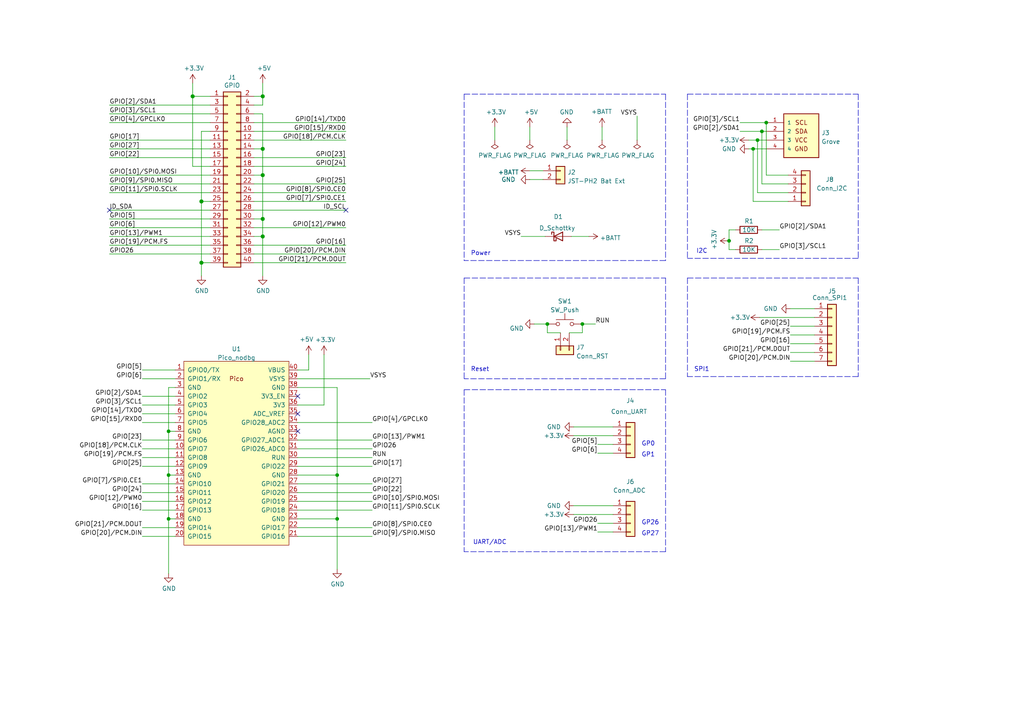
<source format=kicad_sch>
(kicad_sch (version 20211123) (generator eeschema)
  (paper "A4")
  (title_block (title "pi-pico-base") (date "2023-04-27") (rev "2.0") (company "Bernhard Bablok") (comment 1 "https://github.com/bablokb/pcb-pi-pico-base") (comment 2 "Interface PCB to use Pi-Hats with a Pico"))
  (lib_symbols
    (symbol "Connector_Generic:Conn_01x02" (pin_names (offset 1.016) hide)
      (property "Reference" "J" (at 0 2.54 0))
      (property "Value" "Conn_01x02" (at 0 -5.08 0))
      (symbol "Conn_01x02_1_1"
        (rectangle (start -1.27 -2.413) (end 0 -2.667) (stroke (width 0.1524)))
        (rectangle (start -1.27 0.127) (end 0 -0.127) (stroke (width 0.1524)))
        (rectangle (start -1.27 1.27) (end 1.27 -3.81) (stroke (width 0.254)) (fill (type background)))
        (pin passive line (at -5.08 0 0) (length 3.81) (name "Pin_1") (number "1"))
        (pin passive line (at -5.08 -2.54 0) (length 3.81) (name "Pin_2") (number "2"))
      )
    )
    (symbol "Connector_Generic:Conn_01x04" (pin_names (offset 1.016) hide)
      (property "Reference" "J" (at 0 5.08 0))
      (property "Value" "Conn_01x04" (at 0 -7.62 0))
      (symbol "Conn_01x04_1_1"
        (rectangle (start -1.27 -4.953) (end 0 -5.207) (stroke (width 0.1524)))
        (rectangle (start -1.27 -2.413) (end 0 -2.667) (stroke (width 0.1524)))
        (rectangle (start -1.27 0.127) (end 0 -0.127) (stroke (width 0.1524)))
        (rectangle (start -1.27 2.667) (end 0 2.413) (stroke (width 0.1524)))
        (rectangle (start -1.27 3.81) (end 1.27 -6.35) (stroke (width 0.254)) (fill (type background)))
        (pin passive line (at -5.08 2.54 0) (length 3.81) (name "Pin_1") (number "1"))
        (pin passive line (at -5.08 0 0) (length 3.81) (name "Pin_2") (number "2"))
        (pin passive line (at -5.08 -2.54 0) (length 3.81) (name "Pin_3") (number "3"))
        (pin passive line (at -5.08 -5.08 0) (length 3.81) (name "Pin_4") (number "4"))
      )
    )
    (symbol "Connector_Generic:Conn_01x07" (pin_names (offset 1.016) hide)
      (property "Reference" "J" (at 0 10.16 0))
      (property "Value" "Conn_01x07" (at 0 -10.16 0))
      (symbol "Conn_01x07_1_1"
        (rectangle (start -1.27 -7.493) (end 0 -7.747) (stroke (width 0.1524)))
        (rectangle (start -1.27 -4.953) (end 0 -5.207) (stroke (width 0.1524)))
        (rectangle (start -1.27 -2.413) (end 0 -2.667) (stroke (width 0.1524)))
        (rectangle (start -1.27 0.127) (end 0 -0.127) (stroke (width 0.1524)))
        (rectangle (start -1.27 2.667) (end 0 2.413) (stroke (width 0.1524)))
        (rectangle (start -1.27 5.207) (end 0 4.953) (stroke (width 0.1524)))
        (rectangle (start -1.27 7.747) (end 0 7.493) (stroke (width 0.1524)))
        (rectangle (start -1.27 8.89) (end 1.27 -8.89) (stroke (width 0.254)) (fill (type background)))
        (pin passive line (at -5.08 7.62 0) (length 3.81) (name "Pin_1") (number "1"))
        (pin passive line (at -5.08 5.08 0) (length 3.81) (name "Pin_2") (number "2"))
        (pin passive line (at -5.08 2.54 0) (length 3.81) (name "Pin_3") (number "3"))
        (pin passive line (at -5.08 0 0) (length 3.81) (name "Pin_4") (number "4"))
        (pin passive line (at -5.08 -2.54 0) (length 3.81) (name "Pin_5") (number "5"))
        (pin passive line (at -5.08 -5.08 0) (length 3.81) (name "Pin_6") (number "6"))
        (pin passive line (at -5.08 -7.62 0) (length 3.81) (name "Pin_7") (number "7"))
      )
    )
    (symbol "Connector_Generic:Conn_02x20_Odd_Even" (pin_names (offset 1.016) hide)
      (property "Reference" "J" (at 1.27 25.4 0))
      (property "Value" "Conn_02x20_Odd_Even" (at 1.27 -27.94 0))
      (symbol "Conn_02x20_Odd_Even_1_1"
        (rectangle (start -1.27 -25.273) (end 0 -25.527) (stroke (width 0.1524)))
        (rectangle (start -1.27 -22.733) (end 0 -22.987) (stroke (width 0.1524)))
        (rectangle (start -1.27 -20.193) (end 0 -20.447) (stroke (width 0.1524)))
        (rectangle (start -1.27 -17.653) (end 0 -17.907) (stroke (width 0.1524)))
        (rectangle (start -1.27 -15.113) (end 0 -15.367) (stroke (width 0.1524)))
        (rectangle (start -1.27 -12.573) (end 0 -12.827) (stroke (width 0.1524)))
        (rectangle (start -1.27 -10.033) (end 0 -10.287) (stroke (width 0.1524)))
        (rectangle (start -1.27 -7.493) (end 0 -7.747) (stroke (width 0.1524)))
        (rectangle (start -1.27 -4.953) (end 0 -5.207) (stroke (width 0.1524)))
        (rectangle (start -1.27 -2.413) (end 0 -2.667) (stroke (width 0.1524)))
        (rectangle (start -1.27 0.127) (end 0 -0.127) (stroke (width 0.1524)))
        (rectangle (start -1.27 2.667) (end 0 2.413) (stroke (width 0.1524)))
        (rectangle (start -1.27 5.207) (end 0 4.953) (stroke (width 0.1524)))
        (rectangle (start -1.27 7.747) (end 0 7.493) (stroke (width 0.1524)))
        (rectangle (start -1.27 10.287) (end 0 10.033) (stroke (width 0.1524)))
        (rectangle (start -1.27 12.827) (end 0 12.573) (stroke (width 0.1524)))
        (rectangle (start -1.27 15.367) (end 0 15.113) (stroke (width 0.1524)))
        (rectangle (start -1.27 17.907) (end 0 17.653) (stroke (width 0.1524)))
        (rectangle (start -1.27 20.447) (end 0 20.193) (stroke (width 0.1524)))
        (rectangle (start -1.27 22.987) (end 0 22.733) (stroke (width 0.1524)))
        (rectangle (start -1.27 24.13) (end 3.81 -26.67) (stroke (width 0.254)) (fill (type background)))
        (rectangle (start 3.81 -25.273) (end 2.54 -25.527) (stroke (width 0.1524)))
        (rectangle (start 3.81 -22.733) (end 2.54 -22.987) (stroke (width 0.1524)))
        (rectangle (start 3.81 -20.193) (end 2.54 -20.447) (stroke (width 0.1524)))
        (rectangle (start 3.81 -17.653) (end 2.54 -17.907) (stroke (width 0.1524)))
        (rectangle (start 3.81 -15.113) (end 2.54 -15.367) (stroke (width 0.1524)))
        (rectangle (start 3.81 -12.573) (end 2.54 -12.827) (stroke (width 0.1524)))
        (rectangle (start 3.81 -10.033) (end 2.54 -10.287) (stroke (width 0.1524)))
        (rectangle (start 3.81 -7.493) (end 2.54 -7.747) (stroke (width 0.1524)))
        (rectangle (start 3.81 -4.953) (end 2.54 -5.207) (stroke (width 0.1524)))
        (rectangle (start 3.81 -2.413) (end 2.54 -2.667) (stroke (width 0.1524)))
        (rectangle (start 3.81 0.127) (end 2.54 -0.127) (stroke (width 0.1524)))
        (rectangle (start 3.81 2.667) (end 2.54 2.413) (stroke (width 0.1524)))
        (rectangle (start 3.81 5.207) (end 2.54 4.953) (stroke (width 0.1524)))
        (rectangle (start 3.81 7.747) (end 2.54 7.493) (stroke (width 0.1524)))
        (rectangle (start 3.81 10.287) (end 2.54 10.033) (stroke (width 0.1524)))
        (rectangle (start 3.81 12.827) (end 2.54 12.573) (stroke (width 0.1524)))
        (rectangle (start 3.81 15.367) (end 2.54 15.113) (stroke (width 0.1524)))
        (rectangle (start 3.81 17.907) (end 2.54 17.653) (stroke (width 0.1524)))
        (rectangle (start 3.81 20.447) (end 2.54 20.193) (stroke (width 0.1524)))
        (rectangle (start 3.81 22.987) (end 2.54 22.733) (stroke (width 0.1524)))
        (pin passive line (at -5.08 22.86 0) (length 3.81) (name "Pin_1") (number "1"))
        (pin passive line (at 7.62 12.7 180) (length 3.81) (name "Pin_10") (number "10"))
        (pin passive line (at -5.08 10.16 0) (length 3.81) (name "Pin_11") (number "11"))
        (pin passive line (at 7.62 10.16 180) (length 3.81) (name "Pin_12") (number "12"))
        (pin passive line (at -5.08 7.62 0) (length 3.81) (name "Pin_13") (number "13"))
        (pin passive line (at 7.62 7.62 180) (length 3.81) (name "Pin_14") (number "14"))
        (pin passive line (at -5.08 5.08 0) (length 3.81) (name "Pin_15") (number "15"))
        (pin passive line (at 7.62 5.08 180) (length 3.81) (name "Pin_16") (number "16"))
        (pin passive line (at -5.08 2.54 0) (length 3.81) (name "Pin_17") (number "17"))
        (pin passive line (at 7.62 2.54 180) (length 3.81) (name "Pin_18") (number "18"))
        (pin passive line (at -5.08 0 0) (length 3.81) (name "Pin_19") (number "19"))
        (pin passive line (at 7.62 22.86 180) (length 3.81) (name "Pin_2") (number "2"))
        (pin passive line (at 7.62 0 180) (length 3.81) (name "Pin_20") (number "20"))
        (pin passive line (at -5.08 -2.54 0) (length 3.81) (name "Pin_21") (number "21"))
        (pin passive line (at 7.62 -2.54 180) (length 3.81) (name "Pin_22") (number "22"))
        (pin passive line (at -5.08 -5.08 0) (length 3.81) (name "Pin_23") (number "23"))
        (pin passive line (at 7.62 -5.08 180) (length 3.81) (name "Pin_24") (number "24"))
        (pin passive line (at -5.08 -7.62 0) (length 3.81) (name "Pin_25") (number "25"))
        (pin passive line (at 7.62 -7.62 180) (length 3.81) (name "Pin_26") (number "26"))
        (pin passive line (at -5.08 -10.16 0) (length 3.81) (name "Pin_27") (number "27"))
        (pin passive line (at 7.62 -10.16 180) (length 3.81) (name "Pin_28") (number "28"))
        (pin passive line (at -5.08 -12.7 0) (length 3.81) (name "Pin_29") (number "29"))
        (pin passive line (at -5.08 20.32 0) (length 3.81) (name "Pin_3") (number "3"))
        (pin passive line (at 7.62 -12.7 180) (length 3.81) (name "Pin_30") (number "30"))
        (pin passive line (at -5.08 -15.24 0) (length 3.81) (name "Pin_31") (number "31"))
        (pin passive line (at 7.62 -15.24 180) (length 3.81) (name "Pin_32") (number "32"))
        (pin passive line (at -5.08 -17.78 0) (length 3.81) (name "Pin_33") (number "33"))
        (pin passive line (at 7.62 -17.78 180) (length 3.81) (name "Pin_34") (number "34"))
        (pin passive line (at -5.08 -20.32 0) (length 3.81) (name "Pin_35") (number "35"))
        (pin passive line (at 7.62 -20.32 180) (length 3.81) (name "Pin_36") (number "36"))
        (pin passive line (at -5.08 -22.86 0) (length 3.81) (name "Pin_37") (number "37"))
        (pin passive line (at 7.62 -22.86 180) (length 3.81) (name "Pin_38") (number "38"))
        (pin passive line (at -5.08 -25.4 0) (length 3.81) (name "Pin_39") (number "39"))
        (pin passive line (at 7.62 20.32 180) (length 3.81) (name "Pin_4") (number "4"))
        (pin passive line (at 7.62 -25.4 180) (length 3.81) (name "Pin_40") (number "40"))
        (pin passive line (at -5.08 17.78 0) (length 3.81) (name "Pin_5") (number "5"))
        (pin passive line (at 7.62 17.78 180) (length 3.81) (name "Pin_6") (number "6"))
        (pin passive line (at -5.08 15.24 0) (length 3.81) (name "Pin_7") (number "7"))
        (pin passive line (at 7.62 15.24 180) (length 3.81) (name "Pin_8") (number "8"))
        (pin passive line (at -5.08 12.7 0) (length 3.81) (name "Pin_9") (number "9"))
      )
    )
    (symbol "Device:D_Schottky" (pin_numbers hide) (pin_names (offset 1.016) hide)
      (property "Reference" "D" (at 0 2.54 0))
      (property "Value" "D_Schottky" (at 0 -2.54 0))
      (symbol "D_Schottky_0_1"
        (polyline (pts (xy 1.27 0) (xy -1.27 0)))
        (polyline (pts (xy 1.27 1.27) (xy 1.27 -1.27) (xy -1.27 0) (xy 1.27 1.27)) (stroke (width 0.254)))
        (polyline (pts (xy -1.905 0.635) (xy -1.905 1.27) (xy -1.27 1.27) (xy -1.27 -1.27) (xy -0.635 -1.27) (xy -0.635 -0.635)) (stroke (width 0.254)))
      )
      (symbol "D_Schottky_1_1"
        (pin passive line (at -3.81 0 0) (length 2.54) (name "K") (number "1"))
        (pin passive line (at 3.81 0 180) (length 2.54) (name "A") (number "2"))
      )
    )
    (symbol "Device:R" (pin_numbers hide) (pin_names (offset 0))
      (property "Reference" "R" (at 2.032 0 90))
      (property "Value" "R" (at 0 0 90))
      (symbol "R_0_1"
        (rectangle (start -1.016 -2.54) (end 1.016 2.54) (stroke (width 0.254)))
      )
      (symbol "R_1_1"
        (pin passive line (at 0 3.81 270) (length 1.27) (name "~") (number "1"))
        (pin passive line (at 0 -3.81 90) (length 1.27) (name "~") (number "2"))
      )
    )
    (symbol "Switch:SW_Push" (pin_numbers hide) (pin_names (offset 1.016) hide)
      (property "Reference" "SW" (at 1.27 2.54 0))
      (property "Value" "SW_Push" (at 0 -1.524 0))
      (symbol "SW_Push_0_1"
        (circle (center -2.032 0) (radius 0.508))
        (polyline (pts (xy 0 1.27) (xy 0 3.048)))
        (polyline (pts (xy 2.54 1.27) (xy -2.54 1.27)))
        (circle (center 2.032 0) (radius 0.508))
        (pin passive line (at -5.08 0 0) (length 2.54) (name "1") (number "1"))
        (pin passive line (at 5.08 0 180) (length 2.54) (name "2") (number "2"))
      )
    )
    (symbol "power:+3.3V" (power) (pin_names (offset 0))
      (property "Value" "+3.3V" (at 0 3.556 0))
      (symbol "+3.3V_0_1"
        (polyline (pts (xy -0.762 1.27) (xy 0 2.54)))
        (polyline (pts (xy 0 0) (xy 0 2.54)))
        (polyline (pts (xy 0 2.54) (xy 0.762 1.27)))
      )
      (symbol "+3.3V_1_1"
        (pin power_in line (at 0 0 90) (length 0) hide (name "+3.3V") (number "1"))
      )
    )
    (symbol "power:+5V" (power) (pin_names (offset 0))
      (property "Value" "+5V" (at 0 3.556 0))
      (symbol "+5V_0_1"
        (polyline (pts (xy -0.762 1.27) (xy 0 2.54)))
        (polyline (pts (xy 0 0) (xy 0 2.54)))
        (polyline (pts (xy 0 2.54) (xy 0.762 1.27)))
      )
      (symbol "+5V_1_1"
        (pin power_in line (at 0 0 90) (length 0) hide (name "+5V") (number "1"))
      )
    )
    (symbol "power:+BATT" (power) (pin_names (offset 0))
      (property "Value" "+BATT" (at 0 3.556 0))
      (symbol "+BATT_0_1"
        (polyline (pts (xy -0.762 1.27) (xy 0 2.54)))
        (polyline (pts (xy 0 0) (xy 0 2.54)))
        (polyline (pts (xy 0 2.54) (xy 0.762 1.27)))
      )
      (symbol "+BATT_1_1"
        (pin power_in line (at 0 0 90) (length 0) hide (name "+BATT") (number "1"))
      )
    )
    (symbol "power:GND" (power) (pin_names (offset 0))
      (property "Value" "GND" (at 0 -3.81 0))
      (symbol "GND_0_1"
        (polyline (pts (xy 0 0) (xy 0 -1.27) (xy 1.27 -1.27) (xy 0 -2.54) (xy -1.27 -1.27) (xy 0 -1.27)))
      )
      (symbol "GND_1_1"
        (pin power_in line (at 0 0 270) (length 0) hide (name "GND") (number "1"))
      )
    )
    (symbol "power:PWR_FLAG" (power) (pin_numbers hide) (pin_names (offset 0) hide)
      (property "Value" "PWR_FLAG" (at 0 3.81 0))
      (symbol "PWR_FLAG_0_0"
        (pin power_out line (at 0 0 90) (length 0) (name "pwr") (number "1"))
      )
      (symbol "PWR_FLAG_0_1"
        (polyline (pts (xy 0 0) (xy 0 1.27) (xy -1.016 1.905) (xy 0 2.54) (xy 1.016 1.905) (xy 0 1.27)))
      )
    )
    (symbol "user:Grove" (pin_names (offset 1.016))
      (property "Reference" "J" (at -5.08 5.842 0))
      (property "Value" "Grove" (at 3.81 -3.81 90))
      (symbol "Grove_0_0"
        (rectangle (start -5.08 -7.62) (end 5.08 5.08) (stroke (width 0.254)) (fill (type background)))
        (text "GND" (at 0 -5.08 0) (effects (font (size 1.27 1.27))))
        (text "SCL" (at 0 2.54 0) (effects (font (size 1.27 1.27))))
        (text "SDA" (at 0 0 0) (effects (font (size 1.27 1.27))))
        (text "VCC" (at 0 -2.54 0) (effects (font (size 1.27 1.27))))
        (pin passive line (at -10.16 2.54 0) (length 5.08) (name "1") (number "1"))
        (pin passive line (at -10.16 0 0) (length 5.08) (name "2") (number "2"))
        (pin passive line (at -10.16 -2.54 0) (length 5.08) (name "3") (number "3"))
        (pin passive line (at -10.16 -5.08 0) (length 5.08) (name "4") (number "4"))
      )
    )
    (symbol "user:Pico_nodbg" (pin_names (offset 1.016))
      (property "Reference" "U" (at -13.97 27.94 0))
      (property "Value" "Pico_nodbg" (at 0 19.05 0))
      (symbol "Pico_nodbg_0_0"
        (text "Pico" (at 0 21.59 0) (effects (font (size 1.27 1.27))))
      )
      (symbol "Pico_nodbg_0_1"
        (rectangle (start -15.24 26.67) (end 15.24 -26.67) (fill (type background)))
      )
      (symbol "Pico_nodbg_1_1"
        (pin bidirectional line (at -17.78 24.13 0) (length 2.54) (name "GPIO0/TX") (number "1"))
        (pin bidirectional line (at -17.78 1.27 0) (length 2.54) (name "GPIO7") (number "10"))
        (pin bidirectional line (at -17.78 -1.27 0) (length 2.54) (name "GPIO8") (number "11"))
        (pin bidirectional line (at -17.78 -3.81 0) (length 2.54) (name "GPIO9") (number "12"))
        (pin power_in line (at -17.78 -6.35 0) (length 2.54) (name "GND") (number "13"))
        (pin bidirectional line (at -17.78 -8.89 0) (length 2.54) (name "GPIO10") (number "14"))
        (pin bidirectional line (at -17.78 -11.43 0) (length 2.54) (name "GPIO11") (number "15"))
        (pin bidirectional line (at -17.78 -13.97 0) (length 2.54) (name "GPIO12") (number "16"))
        (pin bidirectional line (at -17.78 -16.51 0) (length 2.54) (name "GPIO13") (number "17"))
        (pin power_in line (at -17.78 -19.05 0) (length 2.54) (name "GND") (number "18"))
        (pin bidirectional line (at -17.78 -21.59 0) (length 2.54) (name "GPIO14") (number "19"))
        (pin bidirectional line (at -17.78 21.59 0) (length 2.54) (name "GPIO1/RX") (number "2"))
        (pin bidirectional line (at -17.78 -24.13 0) (length 2.54) (name "GPIO15") (number "20"))
        (pin bidirectional line (at 17.78 -24.13 180) (length 2.54) (name "GPIO16") (number "21"))
        (pin bidirectional line (at 17.78 -21.59 180) (length 2.54) (name "GPIO17") (number "22"))
        (pin power_in line (at 17.78 -19.05 180) (length 2.54) (name "GND") (number "23"))
        (pin bidirectional line (at 17.78 -16.51 180) (length 2.54) (name "GPIO18") (number "24"))
        (pin bidirectional line (at 17.78 -13.97 180) (length 2.54) (name "GPIO19") (number "25"))
        (pin bidirectional line (at 17.78 -11.43 180) (length 2.54) (name "GPIO20") (number "26"))
        (pin bidirectional line (at 17.78 -8.89 180) (length 2.54) (name "GPIO21") (number "27"))
        (pin power_in line (at 17.78 -6.35 180) (length 2.54) (name "GND") (number "28"))
        (pin bidirectional line (at 17.78 -3.81 180) (length 2.54) (name "GPIO22") (number "29"))
        (pin power_in line (at -17.78 19.05 0) (length 2.54) (name "GND") (number "3"))
        (pin input line (at 17.78 -1.27 180) (length 2.54) (name "RUN") (number "30"))
        (pin bidirectional line (at 17.78 1.27 180) (length 2.54) (name "GPIO26_ADC0") (number "31"))
        (pin bidirectional line (at 17.78 3.81 180) (length 2.54) (name "GPIO27_ADC1") (number "32"))
        (pin power_in line (at 17.78 6.35 180) (length 2.54) (name "AGND") (number "33"))
        (pin bidirectional line (at 17.78 8.89 180) (length 2.54) (name "GPIO28_ADC2") (number "34"))
        (pin power_in line (at 17.78 11.43 180) (length 2.54) (name "ADC_VREF") (number "35"))
        (pin power_in line (at 17.78 13.97 180) (length 2.54) (name "3V3") (number "36"))
        (pin power_in line (at 17.78 16.51 180) (length 2.54) (name "3V3_EN") (number "37"))
        (pin power_in line (at 17.78 19.05 180) (length 2.54) (name "GND") (number "38"))
        (pin power_in line (at 17.78 21.59 180) (length 2.54) (name "VSYS") (number "39"))
        (pin bidirectional line (at -17.78 16.51 0) (length 2.54) (name "GPIO2") (number "4"))
        (pin power_in line (at 17.78 24.13 180) (length 2.54) (name "VBUS") (number "40"))
        (pin bidirectional line (at -17.78 13.97 0) (length 2.54) (name "GPIO3") (number "5"))
        (pin bidirectional line (at -17.78 11.43 0) (length 2.54) (name "GPIO4") (number "6"))
        (pin bidirectional line (at -17.78 8.89 0) (length 2.54) (name "GPIO5") (number "7"))
        (pin power_in line (at -17.78 6.35 0) (length 2.54) (name "GND") (number "8"))
        (pin bidirectional line (at -17.78 3.81 0) (length 2.54) (name "GPIO6") (number "9"))
      )
    )
  )
  (junction (at 219.71 40.64))
  (junction (at 97.79 150.495))
  (junction (at 76.2 63.5) (diameter 1.016))
  (junction (at 48.895 150.495))
  (junction (at 55.88 27.94) (diameter 1.016))
  (junction (at 76.2 68.58) (diameter 1.016))
  (junction (at 211.455 69.85))
  (junction (at 220.98 38.1))
  (junction (at 58.42 58.42) (diameter 1.016))
  (junction (at 48.895 137.795))
  (junction (at 76.2 50.8) (diameter 1.016))
  (junction (at 76.2 43.18) (diameter 1.016))
  (junction (at 48.895 125.095))
  (junction (at 218.44 43.18))
  (junction (at 168.91 93.98))
  (junction (at 97.79 137.795))
  (junction (at 222.25 35.56))
  (junction (at 158.75 93.98))
  (junction (at 58.42 76.2) (diameter 1.016))
  (junction (at 76.2 27.94) (diameter 1.016))
  (no_connect (at 100.33 60.96))
  (no_connect (at 86.36 125.095))
  (no_connect (at 86.36 120.015))
  (no_connect (at 86.36 114.935))
  (no_connect (at 31.75 60.96))
  (wire (pts (xy 58.42 58.42) (xy 58.42 76.2)))
  (wire (pts (xy 73.66 58.42) (xy 100.33 58.42)))
  (wire (pts (xy 97.79 150.495) (xy 97.79 165.1)))
  (wire (pts (xy 41.275 153.035) (xy 50.8 153.035)))
  (wire (pts (xy 60.96 40.64) (xy 31.75 40.64)))
  (polyline (pts (xy 248.92 80.645) (xy 248.92 109.22)))
  (wire (pts (xy 48.895 112.395) (xy 48.895 125.095)))
  (wire (pts (xy 41.275 117.475) (xy 50.8 117.475)))
  (wire (pts (xy 158.75 96.52) (xy 158.75 93.98)))
  (wire (pts (xy 76.2 33.02) (xy 76.2 43.18)))
  (wire (pts (xy 76.2 50.8) (xy 73.66 50.8)))
  (wire (pts (xy 211.455 72.39) (xy 211.455 69.85)))
  (polyline (pts (xy 193.04 109.855) (xy 134.62 109.855)))
  (wire (pts (xy 76.2 63.5) (xy 76.2 68.58)))
  (wire (pts (xy 228.6 55.88) (xy 219.71 55.88)))
  (wire (pts (xy 214.63 35.56) (xy 222.25 35.56)))
  (wire (pts (xy 220.98 53.34) (xy 220.98 38.1)))
  (wire (pts (xy 89.535 102.87) (xy 89.535 107.315)))
  (wire (pts (xy 41.275 107.315) (xy 50.8 107.315)))
  (wire (pts (xy 48.895 125.095) (xy 50.8 125.095)))
  (polyline (pts (xy 134.62 113.03) (xy 134.62 160.02)))
  (wire (pts (xy 107.95 135.255) (xy 86.36 135.255)))
  (polyline (pts (xy 199.39 27.305) (xy 199.39 74.93)))
  (wire (pts (xy 76.2 50.8) (xy 76.2 63.5)))
  (wire (pts (xy 73.66 35.56) (xy 100.33 35.56)))
  (wire (pts (xy 58.42 38.1) (xy 58.42 58.42)))
  (wire (pts (xy 166.37 146.685) (xy 177.8 146.685)))
  (wire (pts (xy 174.625 40.64) (xy 174.625 36.83)))
  (wire (pts (xy 41.275 122.555) (xy 50.8 122.555)))
  (wire (pts (xy 50.8 112.395) (xy 48.895 112.395)))
  (wire (pts (xy 211.455 69.85) (xy 211.455 66.675)))
  (wire (pts (xy 228.6 58.42) (xy 218.44 58.42)))
  (wire (pts (xy 58.42 38.1) (xy 60.96 38.1)))
  (wire (pts (xy 41.275 130.175) (xy 50.8 130.175)))
  (wire (pts (xy 73.66 55.88) (xy 100.33 55.88)))
  (wire (pts (xy 41.275 140.335) (xy 50.8 140.335)))
  (wire (pts (xy 173.355 154.305) (xy 177.8 154.305)))
  (wire (pts (xy 213.36 72.39) (xy 211.455 72.39)))
  (wire (pts (xy 60.96 60.96) (xy 31.75 60.96)))
  (polyline (pts (xy 248.92 27.305) (xy 248.92 74.93)))
  (wire (pts (xy 219.71 55.88) (xy 219.71 40.64)))
  (wire (pts (xy 229.235 97.155) (xy 236.22 97.155)))
  (polyline (pts (xy 134.62 27.305) (xy 134.62 75.565)))
  (wire (pts (xy 31.75 63.5) (xy 60.96 63.5)))
  (wire (pts (xy 165.1 96.52) (xy 168.91 96.52)))
  (wire (pts (xy 48.895 150.495) (xy 48.895 166.37)))
  (wire (pts (xy 166.37 123.825) (xy 177.8 123.825)))
  (wire (pts (xy 229.235 94.615) (xy 236.22 94.615)))
  (wire (pts (xy 229.235 102.235) (xy 236.22 102.235)))
  (wire (pts (xy 58.42 58.42) (xy 60.96 58.42)))
  (wire (pts (xy 41.275 132.715) (xy 50.8 132.715)))
  (wire (pts (xy 222.25 50.8) (xy 228.6 50.8)))
  (wire (pts (xy 41.275 155.575) (xy 50.8 155.575)))
  (wire (pts (xy 73.66 45.72) (xy 100.33 45.72)))
  (wire (pts (xy 41.275 145.415) (xy 50.8 145.415)))
  (wire (pts (xy 48.895 137.795) (xy 50.8 137.795)))
  (wire (pts (xy 168.91 96.52) (xy 168.91 93.98)))
  (wire (pts (xy 86.36 112.395) (xy 97.79 112.395)))
  (wire (pts (xy 48.895 150.495) (xy 50.8 150.495)))
  (wire (pts (xy 73.66 76.2) (xy 100.33 76.2)))
  (wire (pts (xy 58.42 76.2) (xy 58.42 80.01)))
  (wire (pts (xy 86.36 107.315) (xy 89.535 107.315)))
  (wire (pts (xy 31.75 43.18) (xy 60.96 43.18)))
  (wire (pts (xy 55.88 24.13) (xy 55.88 27.94)))
  (wire (pts (xy 41.275 109.855) (xy 50.8 109.855)))
  (polyline (pts (xy 193.04 75.565) (xy 134.62 75.565)))
  (polyline (pts (xy 193.04 160.02) (xy 134.62 160.02)))
  (wire (pts (xy 107.95 122.555) (xy 86.36 122.555)))
  (wire (pts (xy 86.36 117.475) (xy 93.98 117.475)))
  (wire (pts (xy 220.98 38.1) (xy 222.25 38.1)))
  (wire (pts (xy 76.2 68.58) (xy 73.66 68.58)))
  (wire (pts (xy 107.95 140.335) (xy 86.36 140.335)))
  (wire (pts (xy 214.63 38.1) (xy 220.98 38.1)))
  (wire (pts (xy 31.75 33.02) (xy 60.96 33.02)))
  (wire (pts (xy 220.345 92.075) (xy 236.22 92.075)))
  (wire (pts (xy 31.75 55.88) (xy 60.96 55.88)))
  (polyline (pts (xy 199.39 27.305) (xy 248.92 27.305)))
  (wire (pts (xy 86.36 137.795) (xy 97.79 137.795)))
  (wire (pts (xy 55.88 48.26) (xy 60.96 48.26)))
  (polyline (pts (xy 199.39 80.645) (xy 248.92 80.645)))
  (wire (pts (xy 60.96 30.48) (xy 31.75 30.48)))
  (wire (pts (xy 76.2 27.94) (xy 76.2 30.48)))
  (wire (pts (xy 222.25 35.56) (xy 222.25 50.8)))
  (wire (pts (xy 76.2 43.18) (xy 76.2 50.8)))
  (wire (pts (xy 229.235 89.535) (xy 236.22 89.535)))
  (wire (pts (xy 73.66 40.64) (xy 100.33 40.64)))
  (wire (pts (xy 76.2 43.18) (xy 73.66 43.18)))
  (wire (pts (xy 41.275 135.255) (xy 50.8 135.255)))
  (wire (pts (xy 86.36 150.495) (xy 97.79 150.495)))
  (wire (pts (xy 143.51 40.64) (xy 143.51 36.83)))
  (wire (pts (xy 93.98 117.475) (xy 93.98 102.87)))
  (wire (pts (xy 107.95 145.415) (xy 86.36 145.415)))
  (polyline (pts (xy 134.62 80.645) (xy 134.62 109.855)))
  (wire (pts (xy 76.2 24.13) (xy 76.2 27.94)))
  (wire (pts (xy 31.75 35.56) (xy 60.96 35.56)))
  (wire (pts (xy 76.2 27.94) (xy 73.66 27.94)))
  (wire (pts (xy 55.88 27.94) (xy 55.88 48.26)))
  (wire (pts (xy 226.06 72.39) (xy 220.98 72.39)))
  (wire (pts (xy 73.66 48.26) (xy 100.33 48.26)))
  (wire (pts (xy 73.66 38.1) (xy 100.33 38.1)))
  (polyline (pts (xy 134.62 27.305) (xy 193.04 27.305)))
  (wire (pts (xy 172.72 93.98) (xy 168.91 93.98)))
  (wire (pts (xy 48.895 137.795) (xy 48.895 150.495)))
  (wire (pts (xy 31.75 45.72) (xy 60.96 45.72)))
  (wire (pts (xy 184.785 33.655) (xy 184.785 40.64)))
  (wire (pts (xy 31.75 53.34) (xy 60.96 53.34)))
  (wire (pts (xy 97.79 112.395) (xy 97.79 137.795)))
  (polyline (pts (xy 193.04 113.03) (xy 193.04 160.02)))
  (wire (pts (xy 153.67 49.53) (xy 157.48 49.53)))
  (polyline (pts (xy 134.62 113.03) (xy 193.04 113.03)))
  (wire (pts (xy 31.75 66.04) (xy 60.96 66.04)))
  (wire (pts (xy 226.06 66.675) (xy 220.98 66.675)))
  (wire (pts (xy 166.37 126.365) (xy 177.8 126.365)))
  (wire (pts (xy 76.2 30.48) (xy 73.66 30.48)))
  (wire (pts (xy 153.67 52.07) (xy 157.48 52.07)))
  (wire (pts (xy 164.465 40.64) (xy 164.465 36.83)))
  (wire (pts (xy 31.75 71.12) (xy 60.96 71.12)))
  (wire (pts (xy 41.275 120.015) (xy 50.8 120.015)))
  (wire (pts (xy 73.66 71.12) (xy 100.33 71.12)))
  (wire (pts (xy 73.66 66.04) (xy 100.33 66.04)))
  (wire (pts (xy 218.44 43.18) (xy 222.25 43.18)))
  (wire (pts (xy 58.42 76.2) (xy 60.96 76.2)))
  (wire (pts (xy 166.37 149.225) (xy 177.8 149.225)))
  (wire (pts (xy 73.66 73.66) (xy 100.33 73.66)))
  (wire (pts (xy 76.2 33.02) (xy 73.66 33.02)))
  (wire (pts (xy 154.94 93.98) (xy 158.75 93.98)))
  (wire (pts (xy 107.95 127.635) (xy 86.36 127.635)))
  (wire (pts (xy 31.75 73.66) (xy 60.96 73.66)))
  (wire (pts (xy 107.315 109.855) (xy 86.36 109.855)))
  (wire (pts (xy 218.44 58.42) (xy 218.44 43.18)))
  (polyline (pts (xy 134.62 80.645) (xy 193.04 80.645)))
  (wire (pts (xy 41.275 127.635) (xy 50.8 127.635)))
  (wire (pts (xy 170.815 68.58) (xy 165.735 68.58)))
  (wire (pts (xy 48.895 125.095) (xy 48.895 137.795)))
  (wire (pts (xy 107.95 132.715) (xy 86.36 132.715)))
  (wire (pts (xy 107.95 147.955) (xy 86.36 147.955)))
  (wire (pts (xy 162.56 96.52) (xy 158.75 96.52)))
  (wire (pts (xy 107.95 153.035) (xy 86.36 153.035)))
  (wire (pts (xy 107.95 142.875) (xy 86.36 142.875)))
  (wire (pts (xy 151.13 68.58) (xy 158.115 68.58)))
  (wire (pts (xy 41.275 142.875) (xy 50.8 142.875)))
  (wire (pts (xy 153.67 40.64) (xy 153.67 36.83)))
  (wire (pts (xy 76.2 68.58) (xy 76.2 80.01)))
  (wire (pts (xy 173.355 131.445) (xy 177.8 131.445)))
  (wire (pts (xy 73.66 53.34) (xy 100.33 53.34)))
  (wire (pts (xy 60.96 68.58) (xy 31.75 68.58)))
  (wire (pts (xy 228.6 53.34) (xy 220.98 53.34)))
  (wire (pts (xy 41.275 114.935) (xy 50.8 114.935)))
  (wire (pts (xy 97.79 137.795) (xy 97.79 150.495)))
  (wire (pts (xy 41.275 147.955) (xy 50.8 147.955)))
  (wire (pts (xy 217.17 43.18) (xy 218.44 43.18)))
  (wire (pts (xy 217.17 40.64) (xy 219.71 40.64)))
  (wire (pts (xy 76.2 63.5) (xy 73.66 63.5)))
  (wire (pts (xy 173.355 128.905) (xy 177.8 128.905)))
  (wire (pts (xy 55.88 27.94) (xy 60.96 27.94)))
  (wire (pts (xy 211.455 66.675) (xy 213.36 66.675)))
  (wire (pts (xy 107.95 130.175) (xy 86.36 130.175)))
  (wire (pts (xy 229.235 104.775) (xy 236.22 104.775)))
  (wire (pts (xy 229.235 99.695) (xy 236.22 99.695)))
  (wire (pts (xy 60.96 50.8) (xy 31.75 50.8)))
  (wire (pts (xy 73.66 60.96) (xy 100.33 60.96)))
  (polyline (pts (xy 248.92 109.22) (xy 199.39 109.22)))
  (polyline (pts (xy 193.04 80.645) (xy 193.04 109.855)))
  (polyline (pts (xy 199.39 80.645) (xy 199.39 109.22)))
  (polyline (pts (xy 248.92 74.93) (xy 199.39 74.93)))
  (wire (pts (xy 173.355 151.765) (xy 177.8 151.765)))
  (wire (pts (xy 107.95 155.575) (xy 86.36 155.575)))
  (polyline (pts (xy 193.04 27.305) (xy 193.04 75.565)))
  (wire (pts (xy 219.71 40.64) (xy 222.25 40.64)))
  (text "Reset" (at 136.525 107.95 0) (effects (font (size 1.27 1.27)) (justify left bottom)))
  (text "GP26" (at 186.055 152.4 0) (effects (font (size 1.27 1.27)) (justify left bottom)))
  (text "GP0" (at 186.055 129.54 0) (effects (font (size 1.27 1.27)) (justify left bottom)))
  (text "Power" (at 136.525 74.295 0) (effects (font (size 1.27 1.27)) (justify left bottom)))
  (text "GP1" (at 186.055 132.715 0) (effects (font (size 1.27 1.27)) (justify left bottom)))
  (text "SPI1" (at 201.295 107.95 0) (effects (font (size 1.27 1.27)) (justify left bottom)))
  (text "UART/ADC" (at 137.16 158.115 0) (effects (font (size 1.27 1.27)) (justify left bottom)))
  (text "I2C" (at 201.93 73.66 0) (effects (font (size 1.27 1.27)) (justify left bottom)))
  (text "GP27" (at 186.055 155.575 0) (effects (font (size 1.27 1.27)) (justify left bottom)))
  (label "ID_SDA" (at 31.75 60.96 0))
  (label "GPIO[6]" (at 31.75 66.04 0))
  (label "GPIO[7]{slash}SPI0.CE1" (at 41.275 140.335 180))
  (label "GPIO[2]{slash}SDA1" (at 214.63 38.1 180))
  (label "GPIO[21]{slash}PCM.DOUT" (at 41.275 153.035 180))
  (label "GPIO[14]{slash}TXD0" (at 41.275 120.015 180))
  (label "GPIO[17]" (at 107.95 135.255 0))
  (label "ID_SCL" (at 100.33 60.96 180))
  (label "GPIO[5]" (at 31.75 63.5 0))
  (label "GPIO[21]{slash}PCM.DOUT" (at 100.33 76.2 180))
  (label "GPIO[10]{slash}SPI0.MOSI" (at 107.95 145.415 0))
  (label "GPIO[19]{slash}PCM.FS" (at 31.75 71.12 0))
  (label "GPIO[10]{slash}SPI0.MOSI" (at 31.75 50.8 0))
  (label "GPIO[9]{slash}SPI0.MISO" (at 31.75 53.34 0))
  (label "GPIO26" (at 173.355 151.765 180))
  (label "GPIO[11]{slash}SPI0.SCLK" (at 107.95 147.955 0))
  (label "GPIO[23]" (at 100.33 45.72 180))
  (label "GPIO[25]" (at 41.275 135.255 180))
  (label "GPIO[4]{slash}GPCLK0" (at 31.75 35.56 0))
  (label "RUN" (at 107.95 132.715 0))
  (label "GPIO[27]" (at 31.75 43.18 0))
  (label "GPIO[12]{slash}PWM0" (at 41.275 145.415 180))
  (label "GPIO26" (at 31.75 73.66 0))
  (label "GPIO[14]{slash}TXD0" (at 100.33 35.56 180))
  (label "GPIO[8]{slash}SPI0.CE0" (at 100.33 55.88 180))
  (label "GPIO[3]{slash}SCL1" (at 41.275 117.475 180))
  (label "GPIO[15]{slash}RXD0" (at 100.33 38.1 180))
  (label "GPIO[13]{slash}PWM1" (at 107.95 127.635 0))
  (label "GPIO[9]{slash}SPI0.MISO" (at 107.95 155.575 0))
  (label "GPIO[16]" (at 100.33 71.12 180))
  (label "GPIO[18]{slash}PCM.CLK" (at 41.275 130.175 180))
  (label "GPIO[19]{slash}PCM.FS" (at 229.235 97.155 180))
  (label "GPIO[6]" (at 173.355 131.445 180))
  (label "RUN" (at 172.72 93.98 0))
  (label "GPIO[2]{slash}SDA1" (at 226.06 66.675 0))
  (label "GPIO[21]{slash}PCM.DOUT" (at 229.235 102.235 180))
  (label "GPIO[23]" (at 41.275 127.635 180))
  (label "GPIO[22]" (at 31.75 45.72 0))
  (label "GPIO[27]" (at 107.95 140.335 0))
  (label "GPIO[24]" (at 41.275 142.875 180))
  (label "GPIO[20]{slash}PCM.DIN" (at 229.235 104.775 180))
  (label "GPIO[5]" (at 41.275 107.315 180))
  (label "GPIO[2]{slash}SDA1" (at 31.75 30.48 0))
  (label "GPIO[17]" (at 31.75 40.64 0))
  (label "GPIO26" (at 107.95 130.175 0))
  (label "GPIO[20]{slash}PCM.DIN" (at 41.275 155.575 180))
  (label "GPIO[2]{slash}SDA1" (at 41.275 114.935 180))
  (label "GPIO[5]" (at 173.355 128.905 180))
  (label "GPIO[25]" (at 100.33 53.34 180))
  (label "VSYS" (at 151.13 68.58 180))
  (label "GPIO[3]{slash}SCL1" (at 31.75 33.02 0))
  (label "GPIO[19]{slash}PCM.FS" (at 41.275 132.715 180))
  (label "GPIO[18]{slash}PCM.CLK" (at 100.33 40.64 180))
  (label "GPIO[12]{slash}PWM0" (at 100.33 66.04 180))
  (label "GPIO[16]" (at 229.235 99.695 180))
  (label "GPIO[13]{slash}PWM1" (at 31.75 68.58 0))
  (label "GPIO[20]{slash}PCM.DIN" (at 100.33 73.66 180))
  (label "GPIO[24]" (at 100.33 48.26 180))
  (label "GPIO[25]" (at 229.235 94.615 180))
  (label "GPIO[7]{slash}SPI0.CE1" (at 100.33 58.42 180))
  (label "GPIO[3]{slash}SCL1" (at 214.63 35.56 180))
  (label "GPIO[3]{slash}SCL1" (at 226.06 72.39 0))
  (label "GPIO[16]" (at 41.275 147.955 180))
  (label "VSYS" (at 107.315 109.855 0))
  (label "GPIO[13]{slash}PWM1" (at 173.355 154.305 180))
  (label "GPIO[22]" (at 107.95 142.875 0))
  (label "VSYS" (at 184.785 33.655 180))
  (label "GPIO[6]" (at 41.275 109.855 180))
  (label "GPIO[4]{slash}GPCLK0" (at 107.95 122.555 0))
  (label "GPIO[8]{slash}SPI0.CE0" (at 107.95 153.035 0))
  (label "GPIO[15]{slash}RXD0" (at 41.275 122.555 180))
  (label "GPIO[11]{slash}SPI0.SCLK" (at 31.75 55.88 0))
  (symbol (lib_id "power:+5V") (at 76.2 24.13 0) (unit 1)
    (property "Reference" "#PWR0101" (effects hide))
    (property "Value" "+5V" (at 76.5683 19.8056 0))
  )
  (symbol (lib_id "power:+3.3V") (at 55.88 24.13 0) (unit 1)
    (property "Reference" "#PWR0102" (effects hide))
    (property "Value" "+3.3V" (at 56.2483 19.8056 0))
  )
  (symbol (lib_id "power:GND") (at 76.2 80.01 0) (unit 1)
    (property "Reference" "#PWR0104" (effects hide))
    (property "Value" "GND" (at 76.3143 84.3344 0))
  )
  (symbol (lib_id "power:GND") (at 58.42 80.01 0) (unit 1)
    (property "Reference" "#PWR0103" (effects hide))
    (property "Value" "GND" (at 58.5343 84.3344 0))
  )
  (symbol (lib_id "Connector_Generic:Conn_02x20_Odd_Even") (at 66.04 50.8 0) (unit 1) (in_bom no)
    (property "Reference" "J1" (at 67.31 22.4598 0))
    (property "Value" "GPIO" (at 67.31 24.765 0))
    (property "Footprint" "Connector_PinHeader_2.54mm:PinHeader_2x20_P2.54mm_Vertical" (effects hide))
  )
  (symbol (lib_id "power:+3.3V") (at 93.98 102.87 0) (unit 1)
    (property "Reference" "#PWR0107" (effects hide))
    (property "Value" "+3.3V" (at 94.3483 98.5456 0))
  )
  (symbol (lib_id "power:GND") (at 48.895 166.37 0) (unit 1)
    (property "Reference" "#PWR0105" (effects hide))
    (property "Value" "GND" (at 49.0093 170.6944 0))
  )
  (symbol (lib_id "Device:R") (at 217.17 72.39 270) (unit 1)
    (property "Reference" "R2" (at 215.9 69.85 90) (effects (justify left)))
    (property "Value" "10K" (at 215.265 72.39 90) (effects (justify left)))
    (property "Footprint" "Resistor_SMD:R_0603_1608Metric" (effects hide))
    (property "LCSC" "C25804" (effects hide))
  )
  (symbol (lib_id "power:GND") (at 154.94 93.98 270) (unit 1)
    (property "Reference" "#PWR05" (effects hide))
    (property "Value" "GND" (at 149.86 95.25 90))
  )
  (symbol (lib_id "power:PWR_FLAG") (at 164.465 40.64 180) (unit 1)
    (property "Reference" "#FLG0101" (effects hide))
    (property "Value" "PWR_FLAG" (at 164.465 45.0834 0))
  )
  (symbol (lib_id "Switch:SW_Push") (at 163.83 93.98 0) (unit 1) (in_bom no)
    (property "Reference" "SW1" (at 163.83 87.3592 0))
    (property "Value" "SW_Push" (at 163.83 89.8961 0))
    (property "Footprint" "user:Microtaster_Horizontal" (effects hide))
  )
  (symbol (lib_id "Connector_Generic:Conn_01x07") (at 241.3 97.155 0) (unit 1) (in_bom no)
    (property "Reference" "J5" (at 241.3 84.455 0))
    (property "Value" "Conn_SPI1" (at 240.665 86.36 0))
    (property "Footprint" "Connector_PinSocket_2.54mm:PinSocket_1x07_P2.54mm_Horizontal" (effects hide))
  )
  (symbol (lib_id "power:GND") (at 97.79 165.1 0) (unit 1)
    (property "Reference" "#PWR0108" (effects hide))
    (property "Value" "GND" (at 97.9043 169.4244 0))
  )
  (symbol (lib_id "Connector_Generic:Conn_01x04") (at 182.88 149.225 0) (unit 1) (in_bom no)
    (property "Reference" "J6" (at 181.61 139.7 0) (effects (justify left)))
    (property "Value" "Conn_ADC" (at 177.8 142.24 0) (effects (justify left)))
    (property "Footprint" "Connector_PinSocket_2.54mm:PinSocket_1x04_P2.54mm_Horizontal" (effects hide))
  )
  (symbol (lib_id "power:GND") (at 164.465 36.83 180) (unit 1)
    (property "Reference" "#PWR0110" (effects hide))
    (property "Value" "GND" (at 164.3507 32.5056 0))
  )
  (symbol (lib_id "power:PWR_FLAG") (at 174.625 40.64 180) (unit 1)
    (property "Reference" "#FLG01" (effects hide))
    (property "Value" "PWR_FLAG" (at 179.705 45.085 0) (effects (justify left)))
  )
  (symbol (lib_id "Connector_Generic:Conn_01x04") (at 233.68 55.88 0) (mirror x) (unit 1) (in_bom no)
    (property "Reference" "J8" (at 240.665 52.07 0))
    (property "Value" "Conn_I2C" (at 241.3 54.61 0))
    (property "Footprint" "Connector_PinHeader_2.54mm:PinHeader_1x04_P2.54mm_Horizontal" (effects hide))
  )
  (symbol (lib_id "power:GND") (at 153.67 52.07 270) (unit 1)
    (property "Reference" "#PWR03" (effects hide))
    (property "Value" "GND" (at 145.415 52.07 90) (effects (justify left)))
  )
  (symbol (lib_id "Connector_Generic:Conn_01x02") (at 162.56 49.53 0) (unit 1) (in_bom no)
    (property "Reference" "J2" (at 164.592 49.9653 0) (effects (justify left)))
    (property "Value" "JST-PH2 Bat Ext" (at 164.592 52.5022 0) (effects (justify left)))
    (property "Footprint" "Connector_JST:JST_PH_S2B-PH-SM4-TB_1x02-1MP_P2.00mm_Horizontal" (effects hide))
  )
  (symbol (lib_id "power:+3.3V") (at 166.37 126.365 90) (unit 1)
    (property "Reference" "#PWR0115" (effects hide))
    (property "Value" "+3.3V" (at 160.655 126.365 90))
  )
  (symbol (lib_id "power:+5V") (at 89.535 102.87 0) (unit 1)
    (property "Reference" "#PWR0106" (effects hide))
    (property "Value" "+5V" (at 88.9 98.425 0))
  )
  (symbol (lib_id "Device:R") (at 217.17 66.675 270) (unit 1)
    (property "Reference" "R1" (at 215.9 64.135 90) (effects (justify left)))
    (property "Value" "10K" (at 215.265 66.675 90) (effects (justify left)))
    (property "Footprint" "Resistor_SMD:R_0603_1608Metric" (effects hide))
    (property "LCSC" "C25804" (effects hide))
  )
  (symbol (lib_id "power:+3.3V") (at 220.345 92.075 90) (unit 1)
    (property "Reference" "#PWR0117" (effects hide))
    (property "Value" "+3.3V" (at 214.63 92.075 90))
  )
  (symbol (lib_id "power:+BATT") (at 174.625 36.83 0) (unit 1)
    (property "Reference" "#PWR01" (effects hide))
    (property "Value" "+BATT" (at 171.45 32.385 0) (effects (justify left)))
  )
  (symbol (lib_id "power:+3.3V") (at 166.37 149.225 90) (unit 1)
    (property "Reference" "#PWR0119" (effects hide))
    (property "Value" "+3.3V" (at 160.655 149.225 90))
  )
  (symbol (lib_id "power:PWR_FLAG") (at 153.67 40.64 180) (unit 1)
    (property "Reference" "#FLG0102" (effects hide))
    (property "Value" "PWR_FLAG" (at 153.67 45.0834 0))
  )
  (symbol (lib_id "user:Grove") (at 232.41 38.1 0) (unit 1) (in_bom no)
    (property "Reference" "J3" (at 238.252 38.5353 0) (effects (justify left)))
    (property "Value" "Grove" (at 238.252 41.0722 0) (effects (justify left)))
    (property "Footprint" "user:grove_horizontal" (effects hide))
    (property "MANUFACTURER" "Seeed Technology" (effects hide))
  )
  (symbol (lib_id "power:+3.3V") (at 217.17 40.64 90) (unit 1)
    (property "Reference" "#PWR0113" (effects hide))
    (property "Value" "+3.3V" (at 211.455 40.64 90))
  )
  (symbol (lib_id "power:+3.3V") (at 211.455 69.85 90) (unit 1)
    (property "Reference" "#PWR0112" (effects hide))
    (property "Value" "+3.3V" (at 207.1306 69.4817 0))
  )
  (symbol (lib_id "user:Pico_nodbg") (at 68.58 131.445 0) (unit 1) (in_bom no)
    (property "Reference" "U1" (at 68.58 101.2022 0))
    (property "Value" "Pico_nodbg" (at 68.58 103.7391 0))
    (property "Footprint" "user:RPi_Pico_SMD_TH_nodbg" (effects hide))
  )
  (symbol (lib_id "power:+BATT") (at 170.815 68.58 270) (unit 1)
    (property "Reference" "#PWR04" (effects hide))
    (property "Value" "+BATT" (at 173.99 69.0138 90) (effects (justify left)))
  )
  (symbol (lib_id "power:GND") (at 166.37 146.685 270) (unit 1)
    (property "Reference" "#PWR0120" (effects hide))
    (property "Value" "GND" (at 160.655 146.685 90))
  )
  (symbol (lib_id "power:GND") (at 217.17 43.18 270) (unit 1)
    (property "Reference" "#PWR0114" (effects hide))
    (property "Value" "GND" (at 211.455 43.18 90))
  )
  (symbol (lib_id "power:GND") (at 166.37 123.825 270) (unit 1)
    (property "Reference" "#PWR0116" (effects hide))
    (property "Value" "GND" (at 160.655 123.825 90))
  )
  (symbol (lib_id "Connector_Generic:Conn_01x02") (at 162.56 101.6 90) (mirror x) (unit 1) (in_bom no)
    (property "Reference" "J7" (at 167.132 100.7653 90) (effects (justify right)))
    (property "Value" "Conn_RST" (at 167.132 103.3022 90) (effects (justify right)))
    (property "Footprint" "Connector_PinHeader_2.54mm:PinHeader_1x02_P2.54mm_Horizontal" (effects hide))
  )
  (symbol (lib_id "Connector_Generic:Conn_01x04") (at 182.88 126.365 0) (unit 1) (in_bom no)
    (property "Reference" "J4" (at 181.61 116.205 0) (effects (justify left)))
    (property "Value" "Conn_UART" (at 177.165 119.38 0) (effects (justify left)))
    (property "Footprint" "Connector_PinSocket_2.54mm:PinSocket_1x04_P2.54mm_Horizontal" (effects hide))
  )
  (symbol (lib_id "power:PWR_FLAG") (at 143.51 40.64 180) (unit 1)
    (property "Reference" "#FLG0103" (effects hide))
    (property "Value" "PWR_FLAG" (at 143.51 45.0834 0))
  )
  (symbol (lib_id "power:PWR_FLAG") (at 184.785 40.64 180) (unit 1)
    (property "Reference" "#FLG0104" (effects hide))
    (property "Value" "PWR_FLAG" (at 189.865 45.085 0) (effects (justify left)))
  )
  (symbol (lib_id "Device:D_Schottky") (at 161.925 68.58 0) (unit 1)
    (property "Reference" "D1" (at 161.925 62.865 0))
    (property "Value" "D_Schottky" (at 161.6075 66.1471 0))
    (property "Footprint" "Diode_SMD:D_SMA" (effects hide))
    (property "LCSC" "C2480" (effects hide))
  )
  (symbol (lib_id "power:+BATT") (at 153.67 49.53 90) (unit 1)
    (property "Reference" "#PWR02" (effects hide))
    (property "Value" "+BATT" (at 150.495 49.9638 90) (effects (justify left)))
  )
  (symbol (lib_id "power:+3.3V") (at 143.51 36.83 0) (unit 1)
    (property "Reference" "#PWR0111" (effects hide))
    (property "Value" "+3.3V" (at 143.8783 32.5056 0))
  )
  (symbol (lib_id "power:GND") (at 229.235 89.535 270) (unit 1)
    (property "Reference" "#PWR0118" (effects hide))
    (property "Value" "GND" (at 223.52 89.535 90))
  )
  (symbol (lib_id "power:+5V") (at 153.67 36.83 0) (unit 1)
    (property "Reference" "#PWR0109" (effects hide))
    (property "Value" "+5V" (at 154.0383 32.5056 0))
  )
)
</source>
